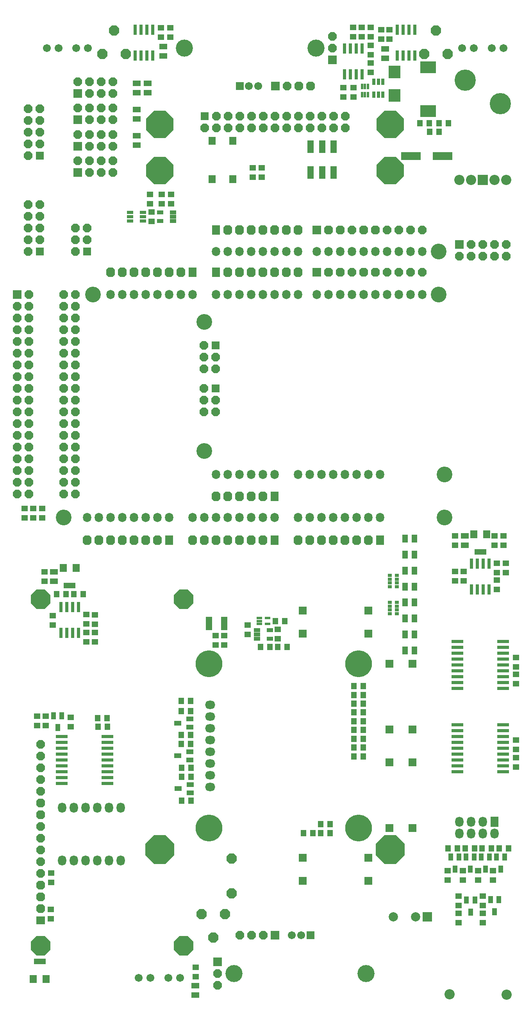
<source format=gts>
G04*
G04 #@! TF.GenerationSoftware,Altium Limited,Altium Designer,18.1.7 (191)*
G04*
G04 Layer_Color=8388736*
%FSLAX44Y44*%
%MOMM*%
G71*
G01*
G75*
%ADD104R,1.4732X1.2192*%
%ADD105R,1.2192X1.4732*%
%ADD106R,2.6032X0.8032*%
%ADD107R,0.8032X2.2032*%
%ADD108R,1.5032X1.7032*%
%ADD109R,2.6032X1.3032*%
%ADD110R,1.7272X1.2192*%
%ADD111R,3.4032X2.6032*%
%ADD112R,4.2032X1.7032*%
%ADD113R,0.7400X1.3400*%
%ADD114R,0.5532X1.2532*%
%ADD115R,1.4032X0.9032*%
%ADD116R,1.3400X0.7400*%
%ADD117R,1.6032X1.1032*%
%ADD118R,1.4732X2.9032*%
%ADD119R,1.2192X1.7272*%
%ADD120R,0.9032X0.6532*%
%ADD121R,1.1032X1.6032*%
%ADD122R,1.8032X1.8032*%
%ADD123R,1.8032X1.8032*%
%ADD124R,1.2532X0.5532*%
%ADD125R,1.2032X0.5532*%
%ADD126R,1.4032X2.7032*%
%ADD127R,2.5032X2.7032*%
%ADD128R,1.5032X1.8032*%
%ADD129P,1.9518X8X112.5*%
%ADD130C,1.7032*%
%ADD131P,2.0070X8X22.5*%
%ADD132R,1.8542X1.8542*%
%ADD133C,2.2032*%
%ADD134R,2.2032X2.2032*%
%ADD135C,4.6032*%
%ADD136P,2.3848X8X22.5*%
%ADD137R,1.7032X1.7032*%
G04:AMPARAMS|DCode=138|XSize=1.8032mm|YSize=1.8542mm|CornerRadius=0mm|HoleSize=0mm|Usage=FLASHONLY|Rotation=0.000|XOffset=0mm|YOffset=0mm|HoleType=Round|Shape=Octagon|*
%AMOCTAGOND138*
4,1,8,-0.4508,0.9271,0.4508,0.9271,0.9016,0.4763,0.9016,-0.4763,0.4508,-0.9271,-0.4508,-0.9271,-0.9016,-0.4763,-0.9016,0.4763,-0.4508,0.9271,0.0*
%
%ADD138OCTAGOND138*%

%ADD139R,1.8542X1.8542*%
%ADD140P,2.0070X8X112.5*%
%ADD141C,3.7032*%
%ADD142C,3.4031*%
%ADD143O,1.8032X2.0032*%
G04:AMPARAMS|DCode=144|XSize=1.8032mm|YSize=1.8542mm|CornerRadius=0mm|HoleSize=0mm|Usage=FLASHONLY|Rotation=90.000|XOffset=0mm|YOffset=0mm|HoleType=Round|Shape=Octagon|*
%AMOCTAGOND144*
4,1,8,-0.9271,-0.4508,-0.9271,0.4508,-0.4763,0.9016,0.4763,0.9016,0.9271,0.4508,0.9271,-0.4508,0.4763,-0.9016,-0.4763,-0.9016,-0.9271,-0.4508,0.0*
%
%ADD144OCTAGOND144*%

%ADD145R,1.8542X1.8032*%
%ADD146P,4.5495X8X112.5*%
%ADD147R,1.8032X2.2032*%
%ADD148O,1.8032X2.2032*%
%ADD149O,1.8032X2.2032*%
%ADD150O,2.2032X1.8032*%
%ADD151C,5.8032*%
%ADD152C,2.0032*%
%ADD153R,2.0032X2.0032*%
%ADD154P,2.3848X8X112.5*%
G04:AMPARAMS|DCode=155|XSize=1.8032mm|YSize=2.0032mm|CornerRadius=0mm|HoleSize=0mm|Usage=FLASHONLY|Rotation=180.000|XOffset=0mm|YOffset=0mm|HoleType=Round|Shape=Octagon|*
%AMOCTAGOND155*
4,1,8,0.4508,-1.0016,-0.4508,-1.0016,-0.9016,-0.5508,-0.9016,0.5508,-0.4508,1.0016,0.4508,1.0016,0.9016,0.5508,0.9016,-0.5508,0.4508,-1.0016,0.0*
%
%ADD155OCTAGOND155*%

%ADD156R,1.8032X2.0032*%
%ADD157P,6.3896X8X292.5*%
%ADD158P,6.7144X8X292.5*%
D104*
X-159000Y-1031160D02*
D03*
Y-1010840D02*
D03*
X-140000Y-1032000D02*
D03*
Y-1011680D02*
D03*
X772000Y-1320740D02*
D03*
Y-1341060D02*
D03*
Y-1283090D02*
D03*
Y-1303410D02*
D03*
Y-1103840D02*
D03*
Y-1124160D02*
D03*
Y-1140840D02*
D03*
Y-1161160D02*
D03*
X640000Y-917840D02*
D03*
Y-938160D02*
D03*
X659000D02*
D03*
Y-917840D02*
D03*
X731000Y-936840D02*
D03*
Y-957160D02*
D03*
Y-900060D02*
D03*
Y-920380D02*
D03*
X750000Y-920160D02*
D03*
Y-899840D02*
D03*
X745000Y-861160D02*
D03*
Y-840840D02*
D03*
X725800D02*
D03*
Y-861160D02*
D03*
X640000Y-840840D02*
D03*
Y-861160D02*
D03*
X457000Y240000D02*
D03*
Y260320D02*
D03*
X438000Y239840D02*
D03*
Y260160D02*
D03*
X419000D02*
D03*
Y239840D02*
D03*
X457000Y183060D02*
D03*
Y162740D02*
D03*
Y221000D02*
D03*
Y200680D02*
D03*
X498000Y234840D02*
D03*
Y255160D02*
D03*
X480000D02*
D03*
Y234840D02*
D03*
X420000Y129160D02*
D03*
Y108840D02*
D03*
X398000Y129160D02*
D03*
Y108840D02*
D03*
X23000Y259160D02*
D03*
Y238840D02*
D03*
X3000Y259160D02*
D03*
Y238840D02*
D03*
X-21000Y-101840D02*
D03*
Y-122160D02*
D03*
X4000Y-101840D02*
D03*
Y-122160D02*
D03*
X25000D02*
D03*
Y-101840D02*
D03*
X-17410Y-139840D02*
D03*
Y-160160D02*
D03*
X-250000Y-939160D02*
D03*
Y-918840D02*
D03*
X-232000Y-1034160D02*
D03*
Y-1013840D02*
D03*
X-159000Y-1070160D02*
D03*
Y-1049840D02*
D03*
X-140000D02*
D03*
Y-1070160D02*
D03*
X-193000Y-1233840D02*
D03*
Y-1254160D02*
D03*
X722000Y-1565840D02*
D03*
Y-1586160D02*
D03*
X690000Y-1565840D02*
D03*
Y-1586160D02*
D03*
X657000D02*
D03*
Y-1565840D02*
D03*
X624000D02*
D03*
Y-1586160D02*
D03*
X648000Y-1641160D02*
D03*
Y-1620840D02*
D03*
X700000Y-1641160D02*
D03*
Y-1620840D02*
D03*
X700100Y-1678160D02*
D03*
Y-1657840D02*
D03*
X648000Y-1678320D02*
D03*
Y-1658000D02*
D03*
X78000Y-1795160D02*
D03*
Y-1774840D02*
D03*
X-236000Y-1670000D02*
D03*
Y-1649680D02*
D03*
X-235000Y-1570866D02*
D03*
Y-1591186D02*
D03*
X-247000Y-1230840D02*
D03*
Y-1251160D02*
D03*
X-266000Y-1251160D02*
D03*
Y-1230840D02*
D03*
X140000Y-1056840D02*
D03*
Y-1077160D02*
D03*
X121000D02*
D03*
Y-1056840D02*
D03*
X-255000Y-781840D02*
D03*
Y-802160D02*
D03*
X-274000D02*
D03*
Y-781840D02*
D03*
X-293000Y-802160D02*
D03*
Y-781840D02*
D03*
X256000Y-1042840D02*
D03*
Y-1063160D02*
D03*
X191000Y-1033680D02*
D03*
Y-1054000D02*
D03*
X221000Y-43840D02*
D03*
Y-64160D02*
D03*
X202000Y-43840D02*
D03*
Y-64160D02*
D03*
D105*
X67160Y-1198000D02*
D03*
X46840D02*
D03*
X626160Y52500D02*
D03*
X605840D02*
D03*
X584840Y34000D02*
D03*
X605160D02*
D03*
X563840Y52500D02*
D03*
X584160D02*
D03*
X-186382Y-967000D02*
D03*
X-166062D02*
D03*
X-223160D02*
D03*
X-202840D02*
D03*
X-113840Y-1235000D02*
D03*
X-134160D02*
D03*
X-133790Y-1254000D02*
D03*
X-113470D02*
D03*
X67160Y-1272000D02*
D03*
X46840D02*
D03*
X67160Y-1291000D02*
D03*
X46840D02*
D03*
X68160Y-1343000D02*
D03*
X47840D02*
D03*
X68160Y-1362000D02*
D03*
X47840D02*
D03*
X68160Y-1414000D02*
D03*
X47840D02*
D03*
X369700Y-1484000D02*
D03*
X349380D02*
D03*
X311840D02*
D03*
X332160D02*
D03*
X420840Y-1299000D02*
D03*
X441160D02*
D03*
Y-1280000D02*
D03*
X420840D02*
D03*
Y-1318000D02*
D03*
X441160D02*
D03*
X735840Y-1517000D02*
D03*
X756160D02*
D03*
X698840D02*
D03*
X719160D02*
D03*
X682320D02*
D03*
X662000D02*
D03*
X624840D02*
D03*
X645160D02*
D03*
X441160Y-1185000D02*
D03*
X420840D02*
D03*
X441160Y-1166000D02*
D03*
X420840D02*
D03*
X441160Y-1204000D02*
D03*
X420840D02*
D03*
Y-1223000D02*
D03*
X441160D02*
D03*
Y-1261000D02*
D03*
X420840D02*
D03*
Y-1242000D02*
D03*
X441160D02*
D03*
X349231Y-1465000D02*
D03*
X369551D02*
D03*
X46840Y-1220000D02*
D03*
X67160D02*
D03*
X271160Y-1025000D02*
D03*
X250840D02*
D03*
X276320Y-1081000D02*
D03*
X256000D02*
D03*
X239000D02*
D03*
X218680D02*
D03*
D106*
X744530Y-1262500D02*
D03*
Y-1275200D02*
D03*
Y-1287900D02*
D03*
Y-1300600D02*
D03*
Y-1313300D02*
D03*
Y-1326000D02*
D03*
Y-1338700D02*
D03*
Y-1351400D02*
D03*
Y-1249800D02*
D03*
X645470Y-1326000D02*
D03*
Y-1313300D02*
D03*
Y-1300600D02*
D03*
Y-1287900D02*
D03*
Y-1275200D02*
D03*
Y-1262500D02*
D03*
Y-1249800D02*
D03*
Y-1338700D02*
D03*
Y-1351400D02*
D03*
X744530Y-1081900D02*
D03*
Y-1094600D02*
D03*
Y-1107300D02*
D03*
Y-1120000D02*
D03*
Y-1132700D02*
D03*
Y-1145400D02*
D03*
Y-1158100D02*
D03*
Y-1170800D02*
D03*
Y-1069200D02*
D03*
X645470Y-1145400D02*
D03*
Y-1132700D02*
D03*
Y-1120000D02*
D03*
Y-1107300D02*
D03*
Y-1094600D02*
D03*
Y-1081900D02*
D03*
Y-1069200D02*
D03*
Y-1158100D02*
D03*
Y-1170800D02*
D03*
X-113470Y-1287900D02*
D03*
Y-1300600D02*
D03*
Y-1313300D02*
D03*
Y-1326000D02*
D03*
Y-1338700D02*
D03*
Y-1351400D02*
D03*
Y-1364100D02*
D03*
Y-1376800D02*
D03*
Y-1275200D02*
D03*
X-212530Y-1351400D02*
D03*
Y-1338700D02*
D03*
Y-1326000D02*
D03*
Y-1313300D02*
D03*
Y-1300600D02*
D03*
Y-1287900D02*
D03*
Y-1275200D02*
D03*
Y-1364100D02*
D03*
Y-1376800D02*
D03*
D107*
X714050Y-901060D02*
D03*
X701350D02*
D03*
X688650D02*
D03*
X675950D02*
D03*
X714050Y-956940D02*
D03*
X701350D02*
D03*
X688650D02*
D03*
X675950D02*
D03*
X439050Y213940D02*
D03*
X426350D02*
D03*
X413650D02*
D03*
X400950D02*
D03*
X439050Y158060D02*
D03*
X426350D02*
D03*
X413650D02*
D03*
X400950D02*
D03*
X553050Y254940D02*
D03*
X540350D02*
D03*
X527650D02*
D03*
X514950D02*
D03*
X553050Y199060D02*
D03*
X540350D02*
D03*
X527650D02*
D03*
X514950D02*
D03*
X-53050D02*
D03*
X-40350D02*
D03*
X-27650D02*
D03*
X-14950D02*
D03*
X-53050Y254940D02*
D03*
X-40350D02*
D03*
X-27650D02*
D03*
X-14950D02*
D03*
X-176222Y-995060D02*
D03*
X-188922D02*
D03*
X-201622D02*
D03*
X-214322D02*
D03*
X-176222Y-1050940D02*
D03*
X-188922D02*
D03*
X-201622D02*
D03*
X-214322D02*
D03*
D108*
X681030Y-837220D02*
D03*
X708970D02*
D03*
X-209242Y-910220D02*
D03*
X-181302D02*
D03*
X-273970Y-1799780D02*
D03*
X-246030D02*
D03*
D109*
X695000Y-875320D02*
D03*
X-195272Y-948320D02*
D03*
X-260000Y-1761680D02*
D03*
D110*
X661000Y-840840D02*
D03*
Y-861160D02*
D03*
X489000Y192840D02*
D03*
Y213160D02*
D03*
X-229000Y-939160D02*
D03*
Y-918840D02*
D03*
X77000Y-1814680D02*
D03*
Y-1835000D02*
D03*
X-50000Y118840D02*
D03*
Y139160D02*
D03*
X-26000Y118840D02*
D03*
Y139160D02*
D03*
X-50000Y61840D02*
D03*
Y82160D02*
D03*
Y4840D02*
D03*
Y25160D02*
D03*
X8000Y197840D02*
D03*
Y218160D02*
D03*
D111*
X582000Y78500D02*
D03*
Y173500D02*
D03*
D112*
X544710Y-19000D02*
D03*
X613290D02*
D03*
D113*
X474000Y114000D02*
D03*
X483500D02*
D03*
Y142000D02*
D03*
X474000D02*
D03*
X464500D02*
D03*
Y114000D02*
D03*
D114*
X451500Y131750D02*
D03*
X445000D02*
D03*
X438500D02*
D03*
X451500Y114250D02*
D03*
X438500D02*
D03*
X445000D02*
D03*
D115*
X1000Y-159500D02*
D03*
X29000D02*
D03*
Y-150000D02*
D03*
Y-140500D02*
D03*
X1000D02*
D03*
X239000Y-1063500D02*
D03*
X211000D02*
D03*
Y-1054000D02*
D03*
Y-1044500D02*
D03*
X239000D02*
D03*
D116*
X-36000Y-159500D02*
D03*
X-64000D02*
D03*
Y-150000D02*
D03*
Y-140500D02*
D03*
X-36000D02*
D03*
Y-150000D02*
D03*
D117*
X65000Y-1255000D02*
D03*
Y-1237000D02*
D03*
X39000Y-1246000D02*
D03*
X65000Y-1326000D02*
D03*
Y-1308000D02*
D03*
X39000Y-1317000D02*
D03*
X66000Y-1397000D02*
D03*
Y-1379000D02*
D03*
X40000Y-1388000D02*
D03*
D118*
X106500Y-1030000D02*
D03*
X139500D02*
D03*
D119*
X552160Y-847000D02*
D03*
X531840D02*
D03*
X552160Y-881500D02*
D03*
X531840D02*
D03*
X552160Y-916156D02*
D03*
X531840D02*
D03*
X552160Y-950500D02*
D03*
X531840D02*
D03*
X552320Y-985000D02*
D03*
X532000D02*
D03*
X552160Y-1019500D02*
D03*
X531840D02*
D03*
X552160Y-1054000D02*
D03*
X531840D02*
D03*
X552160Y-1088500D02*
D03*
X531840D02*
D03*
D120*
X498981Y-926500D02*
D03*
Y-934500D02*
D03*
Y-942500D02*
D03*
X513981Y-926500D02*
D03*
X498981Y-950500D02*
D03*
X513981Y-934500D02*
D03*
Y-942500D02*
D03*
Y-950500D02*
D03*
X498981Y-985000D02*
D03*
Y-993000D02*
D03*
Y-1001000D02*
D03*
X513981Y-985000D02*
D03*
X498981Y-1009000D02*
D03*
X513981Y-993000D02*
D03*
Y-1001000D02*
D03*
Y-1009000D02*
D03*
D121*
X649000Y-1536000D02*
D03*
X631000D02*
D03*
X640000Y-1562000D02*
D03*
X682000Y-1536000D02*
D03*
X664000D02*
D03*
X673000Y-1562000D02*
D03*
X715000Y-1536000D02*
D03*
X697000D02*
D03*
X706000Y-1562000D02*
D03*
X748000Y-1536000D02*
D03*
X730000D02*
D03*
X739000Y-1562000D02*
D03*
X683000Y-1629000D02*
D03*
X665000D02*
D03*
X674000Y-1655000D02*
D03*
X735000Y-1628540D02*
D03*
X717000D02*
D03*
X726000Y-1654540D02*
D03*
X-221000Y-1256000D02*
D03*
X-230000Y-1230000D02*
D03*
X-212000D02*
D03*
D122*
X452000Y-1002500D02*
D03*
Y-1052500D02*
D03*
X310000Y-1002500D02*
D03*
Y-1052500D02*
D03*
X452000Y-1537500D02*
D03*
Y-1587500D02*
D03*
X310000Y-1537500D02*
D03*
Y-1587500D02*
D03*
D123*
X548000Y-1259900D02*
D03*
X497999D02*
D03*
X548000Y-1117900D02*
D03*
X498000D02*
D03*
X548000Y-1472900D02*
D03*
X498000D02*
D03*
X548000Y-1330900D02*
D03*
X498000D02*
D03*
X97200Y67700D02*
D03*
X121180Y-521900D02*
D03*
Y-428600D02*
D03*
X-156950Y-225400D02*
D03*
X-259600Y-17500D02*
D03*
Y-225400D02*
D03*
D124*
X215750Y-1018500D02*
D03*
Y-1025000D02*
D03*
X234250Y-1018500D02*
D03*
D125*
X215750Y-1031500D02*
D03*
X234250D02*
D03*
D126*
X327000Y-54000D02*
D03*
Y2000D02*
D03*
X377000D02*
D03*
Y-54000D02*
D03*
X352000Y2000D02*
D03*
Y-54000D02*
D03*
D127*
X509000Y112600D02*
D03*
Y163400D02*
D03*
D128*
X158500Y14250D02*
D03*
Y-68250D02*
D03*
X113500D02*
D03*
Y14250D02*
D03*
D129*
X402000Y67700D02*
D03*
Y42300D02*
D03*
X351200Y67700D02*
D03*
Y42300D02*
D03*
X376600Y67700D02*
D03*
Y42300D02*
D03*
X275000Y67700D02*
D03*
Y42300D02*
D03*
X249600D02*
D03*
Y67700D02*
D03*
X224200Y42300D02*
D03*
Y67700D02*
D03*
X97200Y42300D02*
D03*
X122600Y67700D02*
D03*
Y42300D02*
D03*
X148000Y67700D02*
D03*
Y42300D02*
D03*
X173400Y67700D02*
D03*
Y42300D02*
D03*
X198800Y67700D02*
D03*
Y42300D02*
D03*
X300400Y67700D02*
D03*
Y42300D02*
D03*
X325800Y67700D02*
D03*
Y42300D02*
D03*
X-207750Y-750500D02*
D03*
X-182350D02*
D03*
X-207750Y-725100D02*
D03*
X-182350D02*
D03*
X-207750Y-699700D02*
D03*
X-182350D02*
D03*
X-207750Y-674300D02*
D03*
X-182350D02*
D03*
X-207750Y-648900D02*
D03*
X-182350D02*
D03*
X-207750Y-623500D02*
D03*
X-182350D02*
D03*
X-207750Y-598100D02*
D03*
X-182350D02*
D03*
X-207750Y-572700D02*
D03*
X-182350D02*
D03*
X-207750Y-547300D02*
D03*
X-182350D02*
D03*
X-207750Y-521900D02*
D03*
X-182350D02*
D03*
X-207750Y-496500D02*
D03*
X-182350D02*
D03*
X-207750Y-471100D02*
D03*
X-182350D02*
D03*
X-207750Y-445700D02*
D03*
X-182350D02*
D03*
X-207750Y-420300D02*
D03*
X-182350D02*
D03*
X-207750Y-394900D02*
D03*
X-182350D02*
D03*
X-207750Y-369500D02*
D03*
X-182350D02*
D03*
X-207750Y-344100D02*
D03*
X-182350D02*
D03*
X-207750Y-318700D02*
D03*
X-182350D02*
D03*
X95780Y-521900D02*
D03*
Y-547300D02*
D03*
Y-572700D02*
D03*
X121180D02*
D03*
Y-547300D02*
D03*
Y-454000D02*
D03*
Y-479400D02*
D03*
X95780D02*
D03*
Y-454000D02*
D03*
Y-428600D02*
D03*
X-182350Y-225400D02*
D03*
Y-200000D02*
D03*
X-156950D02*
D03*
Y-174600D02*
D03*
X-182350D02*
D03*
X-285000Y84100D02*
D03*
X-259600D02*
D03*
X-285000Y58700D02*
D03*
X-259600D02*
D03*
X-285000Y33300D02*
D03*
X-259600D02*
D03*
X-285000Y7900D02*
D03*
X-259600D02*
D03*
X-285000Y-17500D02*
D03*
Y-225400D02*
D03*
X-259600Y-200000D02*
D03*
X-285000D02*
D03*
X-259600Y-174600D02*
D03*
X-285000D02*
D03*
X-259600Y-149200D02*
D03*
X-285000D02*
D03*
X-259600Y-123800D02*
D03*
X-285000D02*
D03*
D130*
X719600Y215000D02*
D03*
X745000D02*
D03*
X655600D02*
D03*
X681000D02*
D03*
X193325Y133000D02*
D03*
X213325D02*
D03*
X-180700Y215000D02*
D03*
X-155300D02*
D03*
X-244700D02*
D03*
X-219300D02*
D03*
X306675Y-1705000D02*
D03*
X286675D02*
D03*
X19072Y-1797152D02*
D03*
X44472D02*
D03*
X-45190D02*
D03*
X-19790D02*
D03*
D131*
X750900Y-209800D02*
D03*
Y-235200D02*
D03*
X725500Y-209800D02*
D03*
X700100D02*
D03*
Y-235200D02*
D03*
X725500D02*
D03*
X674700D02*
D03*
Y-209800D02*
D03*
X649300Y-235200D02*
D03*
X275875Y133000D02*
D03*
X224125Y-1705000D02*
D03*
X198725D02*
D03*
X173325D02*
D03*
X569490Y-179000D02*
D03*
X493290D02*
D03*
X417090D02*
D03*
X518690D02*
D03*
X544090D02*
D03*
X-178000Y142450D02*
D03*
X-152600Y117050D02*
D03*
Y142450D02*
D03*
X-101800D02*
D03*
X-127200D02*
D03*
Y117050D02*
D03*
X-101800D02*
D03*
Y2750D02*
D03*
X-127200D02*
D03*
Y28150D02*
D03*
X-101800D02*
D03*
X-152600D02*
D03*
Y2750D02*
D03*
X-178000Y28150D02*
D03*
X544090Y-270000D02*
D03*
X518690D02*
D03*
X417090D02*
D03*
X493290D02*
D03*
X569490D02*
D03*
X-101800Y-54400D02*
D03*
X-127200D02*
D03*
Y-29000D02*
D03*
X-101800D02*
D03*
X-152600D02*
D03*
Y-54400D02*
D03*
X-178000Y-29000D02*
D03*
X-101652Y59900D02*
D03*
X-127052D02*
D03*
Y85300D02*
D03*
X-101652D02*
D03*
X-152452D02*
D03*
Y59900D02*
D03*
X-177852Y85300D02*
D03*
D132*
X649300Y-209800D02*
D03*
X250475Y133000D02*
D03*
X249525Y-1705000D02*
D03*
X340890Y-179000D02*
D03*
X-178000Y117050D02*
D03*
Y2750D02*
D03*
X340890Y-270000D02*
D03*
X-178000Y-54400D02*
D03*
X-177852Y59900D02*
D03*
D133*
X750900Y-70100D02*
D03*
X725500D02*
D03*
X674700D02*
D03*
X649300D02*
D03*
X628800Y-1833350D02*
D03*
X751800Y-1833600D02*
D03*
D134*
X700100Y-70100D02*
D03*
D135*
X738200Y95000D02*
D03*
X662000Y145800D02*
D03*
D136*
X624354Y202328D02*
D03*
X573554D02*
D03*
X598954Y253128D02*
D03*
X-73600Y202330D02*
D03*
X-124400D02*
D03*
X-99000Y253130D02*
D03*
X116000Y-1710400D02*
D03*
X141400Y-1659600D02*
D03*
X90600D02*
D03*
D137*
X173325Y133000D02*
D03*
X326675Y-1705000D02*
D03*
D138*
X301275Y133000D02*
D03*
X326675D02*
D03*
X366290Y-179000D02*
D03*
X391690D02*
D03*
X442490D02*
D03*
X467890D02*
D03*
Y-270000D02*
D03*
X442490D02*
D03*
X391690D02*
D03*
X366290D02*
D03*
D139*
X374460Y189600D02*
D03*
X-308638Y-318700D02*
D03*
X125540Y-1762600D02*
D03*
D140*
X374460Y215000D02*
D03*
Y240400D02*
D03*
X-308638Y-750500D02*
D03*
X-283238D02*
D03*
Y-725100D02*
D03*
X-308638D02*
D03*
Y-699700D02*
D03*
X-283238D02*
D03*
Y-674300D02*
D03*
X-308638D02*
D03*
Y-648900D02*
D03*
X-283238D02*
D03*
X-308638Y-547300D02*
D03*
X-283238D02*
D03*
X-308638Y-394900D02*
D03*
X-283238Y-318700D02*
D03*
X-308638Y-344100D02*
D03*
X-283238D02*
D03*
X-308638Y-369500D02*
D03*
X-283238D02*
D03*
Y-394900D02*
D03*
X-308638Y-420300D02*
D03*
X-283238Y-496500D02*
D03*
Y-445700D02*
D03*
Y-420300D02*
D03*
X-308638Y-445700D02*
D03*
Y-471100D02*
D03*
X-283238D02*
D03*
X-308638Y-496500D02*
D03*
Y-521900D02*
D03*
X-283238D02*
D03*
Y-572700D02*
D03*
X-308638D02*
D03*
Y-598100D02*
D03*
X-283238D02*
D03*
Y-623500D02*
D03*
X-308638D02*
D03*
X-258162Y-1342864D02*
D03*
Y-1368264D02*
D03*
Y-1469864D02*
D03*
Y-1495264D02*
D03*
Y-1546064D02*
D03*
Y-1571464D02*
D03*
Y-1520664D02*
D03*
Y-1393664D02*
D03*
Y-1317464D02*
D03*
Y-1292064D02*
D03*
X125540Y-1813400D02*
D03*
Y-1788000D02*
D03*
D141*
X53150Y215000D02*
D03*
X338851D02*
D03*
X161149Y-1788000D02*
D03*
X446850D02*
D03*
D142*
X-207750Y-801300D02*
D03*
X605050Y-318700D02*
D03*
X-144250D02*
D03*
X617750Y-801300D02*
D03*
Y-708000D02*
D03*
X605050Y-225400D02*
D03*
X97050Y-657200D02*
D03*
Y-377800D02*
D03*
D143*
X300250Y-318700D02*
D03*
X274850D02*
D03*
X249450D02*
D03*
X224050D02*
D03*
X198650D02*
D03*
X173250D02*
D03*
X147850D02*
D03*
X122450D02*
D03*
X71650Y-801300D02*
D03*
X97050D02*
D03*
X122450D02*
D03*
X147850D02*
D03*
X173250D02*
D03*
X198650D02*
D03*
X224050D02*
D03*
X249450D02*
D03*
X71650Y-318700D02*
D03*
X46250D02*
D03*
X20850D02*
D03*
X-4550D02*
D03*
X-29950D02*
D03*
X-55350D02*
D03*
X-80750D02*
D03*
X-106150D02*
D03*
X-156950Y-801300D02*
D03*
X-131550D02*
D03*
X-106150D02*
D03*
X-80750D02*
D03*
X-55350D02*
D03*
X-29950D02*
D03*
X-4550D02*
D03*
X20850D02*
D03*
X340890Y-318700D02*
D03*
X366290D02*
D03*
X391690D02*
D03*
X417090D02*
D03*
X442490D02*
D03*
X467890D02*
D03*
X493290D02*
D03*
X518690D02*
D03*
X544090D02*
D03*
X569490D02*
D03*
X300250Y-801300D02*
D03*
X325650D02*
D03*
X351050D02*
D03*
X376450D02*
D03*
X401850D02*
D03*
X427250D02*
D03*
X452650D02*
D03*
X478050D02*
D03*
Y-708000D02*
D03*
X452650D02*
D03*
X427250D02*
D03*
X401850D02*
D03*
X376450D02*
D03*
X351050D02*
D03*
X325650D02*
D03*
X300250D02*
D03*
X249450D02*
D03*
X224050D02*
D03*
X198650D02*
D03*
X173250D02*
D03*
X147850D02*
D03*
X122450D02*
D03*
X340890Y-225400D02*
D03*
X366290D02*
D03*
X391690D02*
D03*
X417090D02*
D03*
X442490D02*
D03*
X467890D02*
D03*
X493290D02*
D03*
X518690D02*
D03*
X544090D02*
D03*
X569490D02*
D03*
X122450D02*
D03*
X147850D02*
D03*
X173250D02*
D03*
X198650D02*
D03*
X224050D02*
D03*
X249450D02*
D03*
X274850D02*
D03*
X300250D02*
D03*
D144*
X-258162Y-1596864D02*
D03*
Y-1622264D02*
D03*
Y-1647664D02*
D03*
Y-1444464D02*
D03*
Y-1419064D02*
D03*
D145*
Y-1673064D02*
D03*
D146*
X51838Y-1728064D02*
D03*
X-258162D02*
D03*
Y-978064D02*
D03*
X51838D02*
D03*
D147*
X725800Y-1459600D02*
D03*
D148*
Y-1485000D02*
D03*
X700400Y-1459600D02*
D03*
Y-1485000D02*
D03*
X675000Y-1459600D02*
D03*
Y-1485000D02*
D03*
X649600Y-1459600D02*
D03*
Y-1485000D02*
D03*
D149*
X-211306Y-1543406D02*
D03*
X-185906D02*
D03*
X-160506D02*
D03*
X-135106D02*
D03*
X-109706D02*
D03*
X-84306D02*
D03*
X-211306Y-1429406D02*
D03*
X-185906D02*
D03*
X-160506D02*
D03*
X-135106D02*
D03*
X-109706D02*
D03*
X-84306D02*
D03*
D150*
X109000Y-1384000D02*
D03*
Y-1358600D02*
D03*
Y-1333200D02*
D03*
Y-1307800D02*
D03*
Y-1282400D02*
D03*
Y-1257000D02*
D03*
Y-1231600D02*
D03*
Y-1206200D02*
D03*
D151*
X106500Y-1472900D02*
D03*
Y-1117900D02*
D03*
X431500D02*
D03*
Y-1472900D02*
D03*
D152*
X506481Y-1665000D02*
D03*
X555000D02*
D03*
D153*
X580400D02*
D03*
D154*
X156000Y-1539000D02*
D03*
Y-1615000D02*
D03*
D155*
X71650Y-850000D02*
D03*
X122450D02*
D03*
X147850D02*
D03*
X173250D02*
D03*
X198650D02*
D03*
X224050D02*
D03*
X97050D02*
D03*
X274850Y-270000D02*
D03*
X147850D02*
D03*
X173250D02*
D03*
X198650D02*
D03*
X224050D02*
D03*
X249450D02*
D03*
X300250D02*
D03*
X-106150D02*
D03*
X-55350D02*
D03*
X-29950D02*
D03*
X-4550D02*
D03*
X20850D02*
D03*
X46250D02*
D03*
X-80750D02*
D03*
X274850Y-179000D02*
D03*
X147850D02*
D03*
X173250D02*
D03*
X198650D02*
D03*
X224050D02*
D03*
X249450D02*
D03*
X300250D02*
D03*
X-156950Y-850000D02*
D03*
X-106150D02*
D03*
X-80750D02*
D03*
X-55350D02*
D03*
X-29950D02*
D03*
X-4550D02*
D03*
X-131550D02*
D03*
X325650D02*
D03*
X452650D02*
D03*
X427250D02*
D03*
X401850D02*
D03*
X376450D02*
D03*
X351050D02*
D03*
X300250D02*
D03*
X223800Y-755000D02*
D03*
X198400D02*
D03*
X173000D02*
D03*
X147600D02*
D03*
X122200D02*
D03*
D156*
X249450Y-850000D02*
D03*
X122450Y-270000D02*
D03*
X71650D02*
D03*
X122450Y-179000D02*
D03*
X20850Y-850000D02*
D03*
X478050D02*
D03*
X249200Y-755000D02*
D03*
D157*
X0Y50000D02*
D03*
X500000Y-50000D02*
D03*
Y50000D02*
D03*
X0Y-50000D02*
D03*
D158*
Y-1520000D02*
D03*
X500000D02*
D03*
M02*

</source>
